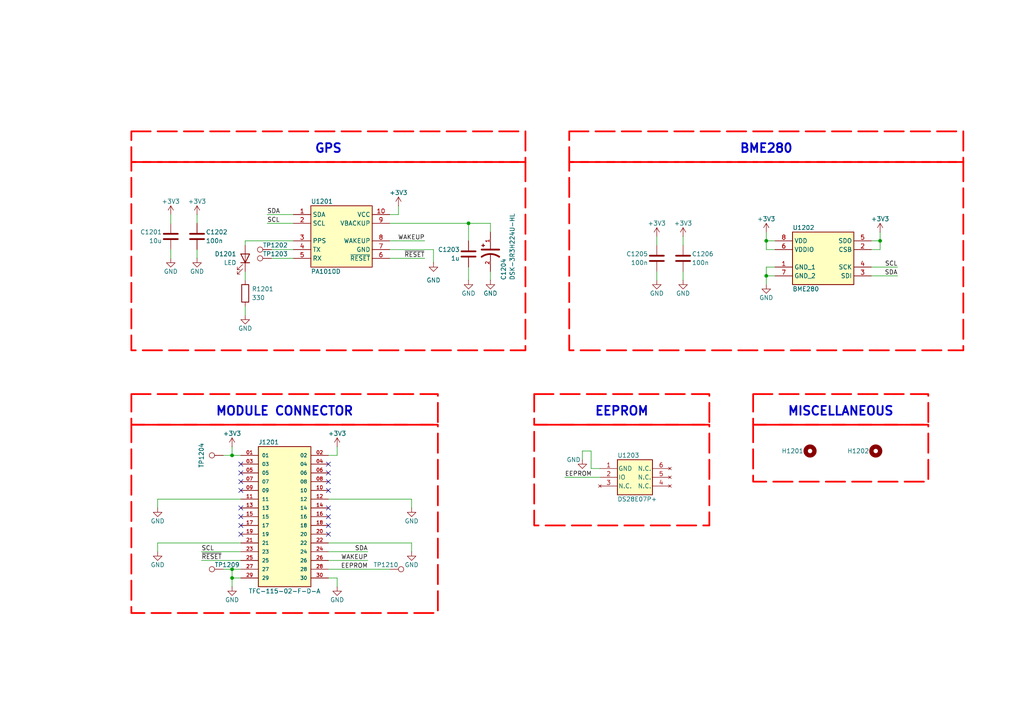
<source format=kicad_sch>
(kicad_sch (version 20231120) (generator "eeschema") (generator_version "8.0")
  (paper "A4")
  (title_block (title "Módulo de montaña") (date "2024-07-18") (rev "Final") (company "MQuero"))
  (lib_symbols
    (symbol "Connector:TestPoint" (pin_numbers hide) (pin_names (offset 0.762) hide)
      (property "Reference" "TP" (at 0 6.858 0))
      (property "Value" "TestPoint" (at 0 5.08 0))
      (symbol "TestPoint_0_1"
        (circle (center 0 3.302) (radius 0.762))
      )
      (symbol "TestPoint_1_1"
        (pin passive line (at 0 0 90) (length 2.54) (name "1") (number "1"))
      )
    )
    (symbol "Device:C" (pin_numbers hide) (pin_names (offset 0.254))
      (property "Reference" "C" (at 0.635 2.54 0))
      (property "Value" "C" (at 0.635 -2.54 0))
      (symbol "C_0_1"
        (polyline (pts (xy -2.032 -0.762) (xy 2.032 -0.762)) (stroke (width 0.508)))
        (polyline (pts (xy -2.032 0.762) (xy 2.032 0.762)) (stroke (width 0.508)))
      )
      (symbol "C_1_1"
        (pin passive line (at 0 3.81 270) (length 2.794) (name "~") (number "1"))
        (pin passive line (at 0 -3.81 90) (length 2.794) (name "~") (number "2"))
      )
    )
    (symbol "Device:LED" (pin_numbers hide) (pin_names (offset 1.016) hide)
      (property "Reference" "D" (at 0 2.54 0))
      (property "Value" "LED" (at 0 -2.54 0))
      (symbol "LED_0_1"
        (polyline (pts (xy -1.27 -1.27) (xy -1.27 1.27)) (stroke (width 0.254)))
        (polyline (pts (xy -1.27 0) (xy 1.27 0)))
        (polyline (pts (xy 1.27 -1.27) (xy 1.27 1.27) (xy -1.27 0) (xy 1.27 -1.27)) (stroke (width 0.254)))
        (polyline (pts (xy -3.048 -0.762) (xy -4.572 -2.286) (xy -3.81 -2.286) (xy -4.572 -2.286) (xy -4.572 -1.524)))
        (polyline (pts (xy -1.778 -0.762) (xy -3.302 -2.286) (xy -2.54 -2.286) (xy -3.302 -2.286) (xy -3.302 -1.524)))
      )
      (symbol "LED_1_1"
        (pin passive line (at -3.81 0 0) (length 2.54) (name "K") (number "1"))
        (pin passive line (at 3.81 0 180) (length 2.54) (name "A") (number "2"))
      )
    )
    (symbol "Device:R" (pin_numbers hide) (pin_names (offset 0))
      (property "Reference" "R" (at 2.032 0 90))
      (property "Value" "R" (at 0 0 90))
      (symbol "R_0_1"
        (rectangle (start -1.016 -2.54) (end 1.016 2.54) (stroke (width 0.254)))
      )
      (symbol "R_1_1"
        (pin passive line (at 0 3.81 270) (length 1.27) (name "~") (number "1"))
        (pin passive line (at 0 -3.81 90) (length 1.27) (name "~") (number "2"))
      )
    )
    (symbol "Mechanical:MountingHole" (pin_names (offset 1.016)) (exclude_from_sim yes) (in_bom no)
      (property "Reference" "H" (at 0 5.08 0))
      (property "Value" "MountingHole" (at 0 3.175 0))
      (symbol "MountingHole_0_1"
        (circle (center 0 0) (radius 1.27) (stroke (width 1.27)))
      )
    )
    (symbol "TFG:BME280"
      (property "Reference" "U" (at 0 1.27 0))
      (property "Value" "BME280" (at 0 -16.51 0))
      (symbol "BME280_1_1"
        (rectangle (start 0 0) (end 17.78 -15.24) (stroke (width 0.254)) (fill (type background)))
        (pin unspecified line (at -5.08 -10.16 0) (length 5.08) (name "GND_1") (number "1"))
        (pin unspecified line (at 22.86 -5.08 180) (length 5.08) (name "CSB") (number "2"))
        (pin unspecified line (at 22.86 -12.7 180) (length 5.08) (name "SDI") (number "3"))
        (pin unspecified line (at 22.86 -10.16 180) (length 5.08) (name "SCK") (number "4"))
        (pin unspecified line (at 22.86 -2.54 180) (length 5.08) (name "SDO") (number "5"))
        (pin unspecified line (at -5.08 -5.08 0) (length 5.08) (name "VDDIO") (number "6"))
        (pin unspecified line (at -5.08 -12.7 0) (length 5.08) (name "GND_2") (number "7"))
        (pin unspecified line (at -5.08 -2.54 0) (length 5.08) (name "VDD") (number "8"))
      )
    )
    (symbol "TFG:DS28E07P+" (pin_names (offset 0.254))
      (property "Reference" "U" (at 0 1.27 0))
      (property "Value" "DS28E07P+" (at 0 -11.43 0))
      (symbol "DS28E07P+_0_1"
        (rectangle (start 0 0) (end 10.16 -10.16) (stroke (width 0.254)) (fill (type background)))
      )
      (symbol "DS28E07P+_1_1"
        (pin unspecified line (at -5.08 -2.54 0) (length 5.08) (name "GND") (number "1"))
        (pin unspecified line (at -5.08 -5.08 0) (length 5.08) (name "IO") (number "2"))
        (pin no_connect line (at -5.08 -7.62 0) (length 5.08) (name "N.C.") (number "3"))
        (pin no_connect line (at 15.24 -7.62 180) (length 5.08) (name "N.C.") (number "4"))
        (pin no_connect line (at 15.24 -5.08 180) (length 5.08) (name "N.C.") (number "5"))
        (pin no_connect line (at 15.24 -2.54 180) (length 5.08) (name "N.C.") (number "6"))
      )
    )
    (symbol "TFG:DSK-3R3H224U-HL" (pin_names (offset 1.016))
      (property "Reference" "C" (at 3.81 1.27 0))
      (property "Value" "DSK-3R3H224U-HL" (at 3.81 -1.27 0))
      (symbol "DSK-3R3H224U-HL_0_0"
        (rectangle (start -2.54 2.54) (end -1.6471 2.4062) (stroke (width 0.127)) (fill (type outline)))
        (rectangle (start -2.1635 2.9346) (end -2.0281 2.0252) (stroke (width 0.127)) (fill (type outline)))
      )
      (symbol "DSK-3R3H224U-HL_0_1"
        (polyline (pts (xy -2.54 1.27) (xy 2.54 1.27)) (stroke (width 0.508)))
      )
      (symbol "DSK-3R3H224U-HL_1_0"
        (arc (start 2.54 -0.8177) (mid 0 -0.0168) (end -2.54 -0.8177) (stroke (width 0.508)))
        (pin passive line (at 0 6.35 270) (length 5.08) (name "~") (number "1"))
        (pin passive line (at 0 -5.08 90) (length 5.08) (name "~") (number "2"))
      )
    )
    (symbol "TFG:PA1010D"
      (property "Reference" "U" (at 0 1.27 0))
      (property "Value" "PA1010D" (at 0 -19.05 0))
      (symbol "PA1010D_1_1"
        (rectangle (start 0 0) (end 17.78 -17.78) (stroke (width 0.254)) (fill (type background)))
        (pin unspecified line (at -5.08 -2.54 0) (length 5.08) (name "SDA") (number "1"))
        (pin unspecified line (at 22.86 -2.54 180) (length 5.08) (name "VCC") (number "10"))
        (pin unspecified line (at -5.08 -5.08 0) (length 5.08) (name "SCL") (number "2"))
        (pin unspecified line (at -5.08 -10.16 0) (length 5.08) (name "PPS") (number "3"))
        (pin unspecified line (at -5.08 -12.7 0) (length 5.08) (name "TX") (number "4"))
        (pin unspecified line (at -5.08 -15.24 0) (length 5.08) (name "RX") (number "5"))
        (pin unspecified line (at 22.86 -15.24 180) (length 5.08) (name "~{RESET}") (number "6"))
        (pin unspecified line (at 22.86 -12.7 180) (length 5.08) (name "GND") (number "7"))
        (pin unspecified line (at 22.86 -10.16 180) (length 5.08) (name "WAKEUP") (number "8"))
        (pin unspecified line (at 22.86 -5.08 180) (length 5.08) (name "VBACKUP") (number "9"))
      )
    )
    (symbol "TFG:TFC-115-02-F-D-A" (pin_names (offset 1.016))
      (property "Reference" "J" (at 0 1.27 0))
      (property "Value" "TFC-115-02-F-D-A" (at 0 -41.91 0))
      (symbol "TFC-115-02-F-D-A_0_0"
        (rectangle (start 0 0) (end 15.24 -40.64) (stroke (width 0.254)) (fill (type background)))
        (pin unspecified line (at -5.08 -2.54 0) (length 5.08) (name "01") (number "01"))
        (pin unspecified line (at 20.32 -2.54 180) (length 5.08) (name "02") (number "02"))
        (pin unspecified line (at -5.08 -5.08 0) (length 5.08) (name "03") (number "03"))
        (pin unspecified line (at 20.32 -5.08 180) (length 5.08) (name "04") (number "04"))
        (pin unspecified line (at -5.08 -7.62 0) (length 5.08) (name "05") (number "05"))
        (pin unspecified line (at 20.32 -7.62 180) (length 5.08) (name "06") (number "06"))
        (pin unspecified line (at -5.08 -10.16 0) (length 5.08) (name "07") (number "07"))
        (pin unspecified line (at 20.32 -10.16 180) (length 5.08) (name "08") (number "08"))
        (pin unspecified line (at -5.08 -12.7 0) (length 5.08) (name "09") (number "09"))
        (pin unspecified line (at 20.32 -12.7 180) (length 5.08) (name "10") (number "10"))
        (pin unspecified line (at -5.08 -15.24 0) (length 5.08) (name "11") (number "11"))
        (pin unspecified line (at 20.32 -15.24 180) (length 5.08) (name "12") (number "12"))
        (pin unspecified line (at -5.08 -17.78 0) (length 5.08) (name "13") (number "13"))
        (pin unspecified line (at 20.32 -17.78 180) (length 5.08) (name "14") (number "14"))
        (pin unspecified line (at -5.08 -20.32 0) (length 5.08) (name "15") (number "15"))
        (pin unspecified line (at 20.32 -20.32 180) (length 5.08) (name "16") (number "16"))
        (pin unspecified line (at -5.08 -22.86 0) (length 5.08) (name "17") (number "17"))
        (pin unspecified line (at 20.32 -22.86 180) (length 5.08) (name "18") (number "18"))
        (pin unspecified line (at -5.08 -25.4 0) (length 5.08) (name "19") (number "19"))
        (pin unspecified line (at 20.32 -25.4 180) (length 5.08) (name "20") (number "20"))
        (pin unspecified line (at -5.08 -27.94 0) (length 5.08) (name "21") (number "21"))
        (pin unspecified line (at 20.32 -27.94 180) (length 5.08) (name "22") (number "22"))
        (pin unspecified line (at -5.08 -30.48 0) (length 5.08) (name "23") (number "23"))
        (pin unspecified line (at 20.32 -30.48 180) (length 5.08) (name "24") (number "24"))
        (pin unspecified line (at -5.08 -33.02 0) (length 5.08) (name "25") (number "25"))
        (pin unspecified line (at 20.32 -33.02 180) (length 5.08) (name "26") (number "26"))
        (pin unspecified line (at -5.08 -35.56 0) (length 5.08) (name "27") (number "27"))
        (pin unspecified line (at 20.32 -35.56 180) (length 5.08) (name "28") (number "28"))
        (pin unspecified line (at -5.08 -38.1 0) (length 5.08) (name "29") (number "29"))
        (pin unspecified line (at 20.32 -38.1 180) (length 5.08) (name "30") (number "30"))
      )
    )
    (symbol "power:+3V3" (power) (pin_numbers hide) (pin_names (offset 0) hide)
      (property "Value" "+3V3" (at 0 3.556 0))
      (symbol "+3V3_0_1"
        (polyline (pts (xy -0.762 1.27) (xy 0 2.54)))
        (polyline (pts (xy 0 0) (xy 0 2.54)))
        (polyline (pts (xy 0 2.54) (xy 0.762 1.27)))
      )
      (symbol "+3V3_1_1"
        (pin power_in line (at 0 0 90) (length 0) (name "~") (number "1"))
      )
    )
    (symbol "power:GND" (power) (pin_numbers hide) (pin_names (offset 0) hide)
      (property "Value" "GND" (at 0 -3.81 0))
      (symbol "GND_0_1"
        (polyline (pts (xy 0 0) (xy 0 -1.27) (xy 1.27 -1.27) (xy 0 -2.54) (xy -1.27 -1.27) (xy 0 -1.27)))
      )
      (symbol "GND_1_1"
        (pin power_in line (at 0 0 270) (length 0) (name "~") (number "1"))
      )
    )
  )
  (junction (at 67.31 132.08))
  (junction (at 135.89 64.77))
  (junction (at 222.25 80.01))
  (junction (at 255.27 69.85))
  (junction (at 67.31 167.64))
  (junction (at 222.25 69.85))
  (junction (at 67.31 165.1))
  (no_connect (at 95.25 139.7))
  (no_connect (at 69.85 137.16))
  (no_connect (at 69.85 147.32))
  (no_connect (at 95.25 142.24))
  (no_connect (at 69.85 149.86))
  (no_connect (at 69.85 134.62))
  (no_connect (at 95.25 152.4))
  (no_connect (at 95.25 147.32))
  (no_connect (at 95.25 134.62))
  (no_connect (at 95.25 137.16))
  (no_connect (at 95.25 154.94))
  (no_connect (at 69.85 152.4))
  (no_connect (at 69.85 154.94))
  (no_connect (at 95.25 149.86))
  (no_connect (at 69.85 142.24))
  (no_connect (at 69.85 139.7))
  (wire (pts (xy 252.73 77.47) (xy 260.35 77.47)))
  (wire (pts (xy 115.57 62.23) (xy 115.57 59.69)))
  (wire (pts (xy 173.99 135.89) (xy 171.45 135.89)))
  (wire (pts (xy 77.47 64.77) (xy 85.09 64.77)))
  (wire (pts (xy 67.31 165.1) (xy 69.85 165.1)))
  (wire (pts (xy 119.38 157.48) (xy 119.38 160.02)))
  (wire (pts (xy 163.83 138.43) (xy 173.99 138.43)))
  (wire (pts (xy 222.25 82.55) (xy 222.25 80.01)))
  (wire (pts (xy 171.45 135.89) (xy 171.45 130.81)))
  (wire (pts (xy 97.79 167.64) (xy 97.79 170.18)))
  (wire (pts (xy 168.91 130.81) (xy 168.91 133.35)))
  (wire (pts (xy 95.25 160.02) (xy 106.68 160.02)))
  (wire (pts (xy 142.24 64.77) (xy 135.89 64.77)))
  (wire (pts (xy 135.89 64.77) (xy 135.89 69.85)))
  (wire (pts (xy 113.03 62.23) (xy 115.57 62.23)))
  (wire (pts (xy 45.72 144.78) (xy 45.72 147.32)))
  (wire (pts (xy 252.73 72.39) (xy 255.27 72.39)))
  (wire (pts (xy 222.25 77.47) (xy 224.79 77.47)))
  (wire (pts (xy 255.27 72.39) (xy 255.27 69.85)))
  (wire (pts (xy 252.73 69.85) (xy 255.27 69.85)))
  (wire (pts (xy 222.25 80.01) (xy 222.25 77.47)))
  (wire (pts (xy 69.85 144.78) (xy 45.72 144.78)))
  (wire (pts (xy 142.24 64.77) (xy 142.24 67.31)))
  (wire (pts (xy 78.74 74.93) (xy 85.09 74.93)))
  (wire (pts (xy 49.53 62.23) (xy 49.53 64.77)))
  (wire (pts (xy 135.89 77.47) (xy 135.89 81.28)))
  (wire (pts (xy 198.12 78.74) (xy 198.12 81.28)))
  (wire (pts (xy 113.03 74.93) (xy 123.19 74.93)))
  (wire (pts (xy 64.77 132.08) (xy 67.31 132.08)))
  (wire (pts (xy 97.79 167.64) (xy 95.25 167.64)))
  (wire (pts (xy 222.25 69.85) (xy 222.25 72.39)))
  (wire (pts (xy 57.15 72.39) (xy 57.15 74.93)))
  (wire (pts (xy 255.27 69.85) (xy 255.27 67.31)))
  (wire (pts (xy 97.79 132.08) (xy 95.25 132.08)))
  (wire (pts (xy 97.79 129.54) (xy 97.79 132.08)))
  (wire (pts (xy 113.03 72.39) (xy 125.73 72.39)))
  (wire (pts (xy 119.38 144.78) (xy 119.38 147.32)))
  (wire (pts (xy 71.12 78.74) (xy 71.12 81.28)))
  (wire (pts (xy 222.25 69.85) (xy 224.79 69.85)))
  (wire (pts (xy 190.5 78.74) (xy 190.5 81.28)))
  (wire (pts (xy 113.03 69.85) (xy 123.19 69.85)))
  (wire (pts (xy 57.15 62.23) (xy 57.15 64.77)))
  (wire (pts (xy 142.24 78.74) (xy 142.24 81.28)))
  (wire (pts (xy 67.31 167.64) (xy 67.31 165.1)))
  (wire (pts (xy 49.53 72.39) (xy 49.53 74.93)))
  (wire (pts (xy 64.77 165.1) (xy 67.31 165.1)))
  (wire (pts (xy 71.12 71.12) (xy 71.12 69.85)))
  (wire (pts (xy 71.12 69.85) (xy 85.09 69.85)))
  (wire (pts (xy 95.25 165.1) (xy 113.03 165.1)))
  (wire (pts (xy 222.25 80.01) (xy 224.79 80.01)))
  (wire (pts (xy 95.25 144.78) (xy 119.38 144.78)))
  (wire (pts (xy 58.42 162.56) (xy 69.85 162.56)))
  (wire (pts (xy 95.25 157.48) (xy 119.38 157.48)))
  (wire (pts (xy 252.73 80.01) (xy 260.35 80.01)))
  (wire (pts (xy 58.42 160.02) (xy 69.85 160.02)))
  (wire (pts (xy 71.12 88.9) (xy 71.12 91.44)))
  (wire (pts (xy 69.85 157.48) (xy 45.72 157.48)))
  (wire (pts (xy 135.89 64.77) (xy 113.03 64.77)))
  (wire (pts (xy 222.25 72.39) (xy 224.79 72.39)))
  (wire (pts (xy 198.12 68.58) (xy 198.12 71.12)))
  (wire (pts (xy 67.31 167.64) (xy 69.85 167.64)))
  (wire (pts (xy 67.31 129.54) (xy 67.31 132.08)))
  (wire (pts (xy 125.73 72.39) (xy 125.73 76.2)))
  (wire (pts (xy 222.25 67.31) (xy 222.25 69.85)))
  (wire (pts (xy 78.74 72.39) (xy 85.09 72.39)))
  (wire (pts (xy 95.25 162.56) (xy 106.68 162.56)))
  (wire (pts (xy 171.45 130.81) (xy 168.91 130.81)))
  (wire (pts (xy 77.47 62.23) (xy 85.09 62.23)))
  (wire (pts (xy 45.72 157.48) (xy 45.72 160.02)))
  (wire (pts (xy 67.31 132.08) (xy 69.85 132.08)))
  (wire (pts (xy 190.5 68.58) (xy 190.5 71.12)))
  (wire (pts (xy 67.31 167.64) (xy 67.31 170.18)))
  (rectangle (start 218.44 123.19) (end 269.24 139.7) (stroke (width 0.508) (type dash) (color 255 0 0 1)))
  (rectangle (start 218.44 114.3) (end 269.24 123.19) (stroke (width 0.508) (type dash) (color 255 0 0 1)))
  (rectangle (start 165.1 38.1) (end 279.4 46.99) (stroke (width 0.508) (type dash) (color 255 0 0 1)))
  (rectangle (start 165.1 46.99) (end 279.4 101.6) (stroke (width 0.508) (type dash) (color 255 0 0 1)))
  (rectangle (start 38.1 123.19) (end 127 177.8) (stroke (width 0.508) (type dash) (color 255 0 0 1)))
  (rectangle (start 38.1 46.99) (end 152.4 101.6) (stroke (width 0.508) (type dash) (color 255 0 0 1)))
  (rectangle (start 154.94 123.19) (end 205.74 152.4) (stroke (width 0.508) (type dash) (color 255 0 0 1)))
  (rectangle (start 154.94 114.3) (end 205.74 123.19) (stroke (width 0.508) (type dash) (color 255 0 0 1)))
  (rectangle (start 38.1 38.1) (end 152.4 46.99) (stroke (width 0.508) (type dash) (color 255 0 0 1)))
  (rectangle (start 38.1 114.3) (end 127 123.19) (stroke (width 0.508) (type dash) (color 255 0 0 1)))
  (text "MISCELLANEOUS" (at 243.84 119.38 0) (effects (font (size 2.54 2.54) (thickness 0.508) (bold yes))))
  (text "BME280" (at 222.25 43.18 0) (effects (font (size 2.54 2.54) (thickness 0.508) (bold yes))))
  (text "MODULE CONNECTOR" (at 82.55 119.38 0) (effects (font (size 2.54 2.54) (thickness 0.508) (bold yes))))
  (text "EEPROM" (at 180.34 119.38 0) (effects (font (size 2.54 2.54) (thickness 0.508) (bold yes))))
  (text "GPS" (at 95.25 43.18 0) (effects (font (size 2.54 2.54) (thickness 0.508) (bold yes))))
  (label "SCL" (at 260.35 77.47 180))
  (label "WAKEUP" (at 123.19 69.85 180))
  (label "SDA" (at 260.35 80.01 180))
  (label "EEPROM" (at 163.83 138.43 0))
  (label "EEPROM" (at 106.68 165.1 180))
  (label "WAKEUP" (at 106.68 162.56 180))
  (label "~{RESET}" (at 58.42 162.56 0))
  (label "SCL" (at 58.42 160.02 0))
  (label "~{RESET}" (at 123.19 74.93 180))
  (label "SCL" (at 77.47 64.77 0))
  (label "SDA" (at 77.47 62.23 0))
  (label "SDA" (at 106.68 160.02 180))
  (symbol (lib_id "power:GND") (at 135.89 81.28 0) (unit 1)
    (property "Reference" "#PWR01211" (effects (hide yes)))
    (property "Value" "GND" (at 135.89 85.09 0))
    (property "Description" "Power symbol creates a global label with name \"GND\" , ground" (effects (hide yes)))
  )
  (symbol (lib_id "power:+3V3") (at 190.5 68.58 0) (unit 1)
    (property "Reference" "#PWR01206" (effects (hide yes)))
    (property "Value" "+3V3" (at 190.5 64.77 0))
    (property "Description" "Power symbol creates a global label with name \"+3V3\"" (effects (hide yes)))
  )
  (symbol (lib_id "power:+3V3") (at 115.57 59.69 0) (unit 1)
    (property "Reference" "#PWR01201" (effects (hide yes)))
    (property "Value" "+3V3" (at 115.57 55.88 0))
    (property "Description" "Power symbol creates a global label with name \"+3V3\"" (effects (hide yes)))
  )
  (symbol (lib_id "Device:LED") (at 71.12 74.93 270) (mirror x) (unit 1)
    (property "Reference" "D1201" (at 68.58 73.66 90) (effects (justify right)))
    (property "Value" "LED" (at 68.58 76.2 90) (effects (justify right)))
    (property "Footprint" "LED_SMD:LED_0603_1608Metric" (effects (hide yes)))
    (property "Description" "Light emitting diode" (effects (hide yes)))
  )
  (symbol (lib_id "power:+3V3") (at 67.31 129.54 0) (unit 1)
    (property "Reference" "#PWR01217" (effects (hide yes)))
    (property "Value" "+3V3" (at 67.31 125.73 0))
    (property "Description" "Power symbol creates a global label with name \"+3V3\"" (effects (hide yes)))
  )
  (symbol (lib_id "power:GND") (at 57.15 74.93 0) (mirror y) (unit 1)
    (property "Reference" "#PWR01209" (effects (hide yes)))
    (property "Value" "GND" (at 57.15 78.74 0))
    (property "Description" "Power symbol creates a global label with name \"GND\" , ground" (effects (hide yes)))
  )
  (symbol (lib_id "power:+3V3") (at 198.12 68.58 0) (mirror y) (unit 1)
    (property "Reference" "#PWR01207" (effects (hide yes)))
    (property "Value" "+3V3" (at 198.12 64.77 0))
    (property "Description" "Power symbol creates a global label with name \"+3V3\"" (effects (hide yes)))
  )
  (symbol (lib_id "Device:C") (at 49.53 68.58 0) (mirror y) (unit 1)
    (property "Reference" "C1201" (at 46.99 67.31 0) (effects (justify left)))
    (property "Value" "10u" (at 46.99 69.8499 0) (effects (justify left)))
    (property "Footprint" "Capacitor_SMD:C_0402_1005Metric" (effects (hide yes)))
    (property "Description" "Unpolarized capacitor" (effects (hide yes)))
  )
  (symbol (lib_id "power:GND") (at 49.53 74.93 0) (unit 1)
    (property "Reference" "#PWR01208" (effects (hide yes)))
    (property "Value" "GND" (at 49.53 78.74 0))
    (property "Description" "Power symbol creates a global label with name \"GND\" , ground" (effects (hide yes)))
  )
  (symbol (lib_id "Connector:TestPoint") (at 113.03 165.1 270) (mirror x) (unit 1)
    (property "Reference" "TP1210" (at 115.57 163.83 90) (effects (justify right)))
    (property "Value" "TestPoint" (effects (hide yes)))
    (property "Footprint" "TestPoint:TestPoint_Pad_D1.0mm" (effects (hide yes)))
    (property "Description" "test point" (effects (hide yes)))
  )
  (symbol (lib_id "Device:C") (at 190.5 74.93 0) (mirror y) (unit 1)
    (property "Reference" "C1205" (at 187.96 73.66 0) (effects (justify left)))
    (property "Value" "100n" (at 187.96 76.2 0) (effects (justify left)))
    (property "Footprint" "Capacitor_SMD:C_0402_1005Metric" (effects (hide yes)))
    (property "Description" "Unpolarized capacitor" (effects (hide yes)))
  )
  (symbol (lib_id "TFG:DS28E07P+") (at 179.07 133.35 0) (unit 1)
    (property "Reference" "U1203" (at 179.07 132.08 0) (effects (justify left)))
    (property "Value" "DS28E07P+" (at 179.07 144.78 0) (effects (justify left)))
    (property "Footprint" "TFG:DS28E07P+" (effects (hide yes)))
    (property "Datasheet" "https://www.analog.com/media/en/technical-documentation/data-sheets/DS28E07.pdf" (effects (hide yes)))
    (property "Description" "IC EEPROM 1KBIT 1-WIRE 6TSOC" (effects (hide yes)))
    (property "MQ PN" "TFGIC003" (effects (hide yes)))
  )
  (symbol (lib_id "power:GND") (at 198.12 81.28 0) (mirror y) (unit 1)
    (property "Reference" "#PWR01214" (effects (hide yes)))
    (property "Value" "GND" (at 198.12 85.09 0))
    (property "Description" "Power symbol creates a global label with name \"GND\" , ground" (effects (hide yes)))
  )
  (symbol (lib_id "Connector:TestPoint") (at 64.77 132.08 90) (unit 1)
    (property "Reference" "TP1204" (at 58.42 132.08 0))
    (property "Value" "TestPoint" (effects (hide yes)))
    (property "Footprint" "TestPoint:TestPoint_Pad_D1.0mm" (effects (hide yes)))
    (property "Description" "test point" (effects (hide yes)))
  )
  (symbol (lib_id "power:GND") (at 119.38 147.32 0) (mirror y) (unit 1)
    (property "Reference" "#PWR01221" (effects (hide yes)))
    (property "Value" "GND" (at 119.38 151.13 0))
    (property "Description" "Power symbol creates a global label with name \"GND\" , ground" (effects (hide yes)))
  )
  (symbol (lib_id "Mechanical:MountingHole") (at 254 130.81 0) (unit 1) (exclude_from_sim yes) (in_bom no)
    (property "Reference" "H1202" (at 248.92 130.81 0))
    (property "Value" "MountingHole" (effects (hide yes)))
    (property "Footprint" "MountingHole:MountingHole_2.2mm_M2" (effects (hide yes)))
    (property "Description" "Mounting Hole without connection" (effects (hide yes)))
  )
  (symbol (lib_id "power:GND") (at 67.31 170.18 0) (unit 1)
    (property "Reference" "#PWR01224" (effects (hide yes)))
    (property "Value" "GND" (at 67.31 173.99 0))
    (property "Description" "Power symbol creates a global label with name \"GND\" , ground" (effects (hide yes)))
  )
  (symbol (lib_id "Device:R") (at 71.12 85.09 0) (mirror x) (unit 1)
    (property "Reference" "R1201" (at 76.2 83.82 0))
    (property "Value" "330" (at 74.93 86.36 0))
    (property "Footprint" "Resistor_SMD:R_0402_1005Metric" (effects (hide yes)))
    (property "Description" "Resistor" (effects (hide yes)))
  )
  (symbol (lib_id "power:+3V3") (at 97.79 129.54 0) (mirror y) (unit 1)
    (property "Reference" "#PWR01218" (effects (hide yes)))
    (property "Value" "+3V3" (at 97.79 125.73 0))
    (property "Description" "Power symbol creates a global label with name \"+3V3\"" (effects (hide yes)))
  )
  (symbol (lib_id "power:GND") (at 45.72 160.02 0) (unit 1)
    (property "Reference" "#PWR01222" (effects (hide yes)))
    (property "Value" "GND" (at 45.72 163.83 0))
    (property "Description" "Power symbol creates a global label with name \"GND\" , ground" (effects (hide yes)))
  )
  (symbol (lib_id "TFG:BME280") (at 229.87 67.31 0) (unit 1)
    (property "Reference" "U1202" (at 229.87 66.04 0) (effects (justify left)))
    (property "Value" "BME280" (at 229.87 83.82 0) (effects (justify left)))
    (property "Footprint" "TFG:BME280" (effects (hide yes)))
    (property "Datasheet" "https://www.bosch-sensortec.com/media/boschsensortec/downloads/datasheets/bst-bme280-ds002.pdf" (effects (hide yes)))
    (property "Description" "SENSOR PRESSURE HUMIDITY TEMP" (effects (hide yes)))
    (property "MQ PN" "TFGIC010" (effects (hide yes)))
  )
  (symbol (lib_id "power:GND") (at 142.24 81.28 0) (unit 1)
    (property "Reference" "#PWR01212" (effects (hide yes)))
    (property "Value" "GND" (at 142.24 85.09 0))
    (property "Description" "Power symbol creates a global label with name \"GND\" , ground" (effects (hide yes)))
  )
  (symbol (lib_id "Device:C") (at 135.89 73.66 0) (mirror y) (unit 1)
    (property "Reference" "C1203" (at 133.35 72.39 0) (effects (justify left)))
    (property "Value" "1u" (at 133.35 74.9299 0) (effects (justify left)))
    (property "Footprint" "Capacitor_SMD:C_0402_1005Metric" (effects (hide yes)))
    (property "Description" "Unpolarized capacitor" (effects (hide yes)))
  )
  (symbol (lib_id "power:GND") (at 119.38 160.02 0) (mirror y) (unit 1)
    (property "Reference" "#PWR01223" (effects (hide yes)))
    (property "Value" "GND" (at 119.38 163.83 0))
    (property "Description" "Power symbol creates a global label with name \"GND\" , ground" (effects (hide yes)))
  )
  (symbol (lib_id "Mechanical:MountingHole") (at 234.95 130.81 0) (unit 1) (exclude_from_sim yes) (in_bom no)
    (property "Reference" "H1201" (at 229.87 130.81 0))
    (property "Value" "MountingHole" (effects (hide yes)))
    (property "Footprint" "MountingHole:MountingHole_2.2mm_M2" (effects (hide yes)))
    (property "Description" "Mounting Hole without connection" (effects (hide yes)))
  )
  (symbol (lib_id "Connector:TestPoint") (at 78.74 72.39 90) (unit 1)
    (property "Reference" "TP1202" (at 76.2 71.12 90) (effects (justify right)))
    (property "Value" "TestPoint" (effects (hide yes)))
    (property "Footprint" "TestPoint:TestPoint_Pad_D1.0mm" (effects (hide yes)))
    (property "Description" "test point" (effects (hide yes)))
  )
  (symbol (lib_id "power:GND") (at 168.91 133.35 0) (unit 1)
    (property "Reference" "#PWR01219" (effects (hide yes)))
    (property "Value" "GND" (at 166.37 133.35 0))
    (property "Description" "Power symbol creates a global label with name \"GND\" , ground" (effects (hide yes)))
  )
  (symbol (lib_id "power:+3V3") (at 49.53 62.23 0) (unit 1)
    (property "Reference" "#PWR01202" (effects (hide yes)))
    (property "Value" "+3V3" (at 49.53 58.42 0))
    (property "Description" "Power symbol creates a global label with name \"+3V3\"" (effects (hide yes)))
  )
  (symbol (lib_id "TFG:PA1010D") (at 90.17 59.69 0) (unit 1)
    (property "Reference" "U1201" (at 90.17 58.42 0) (effects (justify left)))
    (property "Value" "PA1010D" (at 90.17 78.74 0) (effects (justify left)))
    (property "Footprint" "TFG:PA1010D" (effects (hide yes)))
    (property "Datasheet" "https://cdn-learn.adafruit.com/assets/assets/000/084/295/original/CD_PA1010D_Datasheet_v.03.pdf?1573833002" (effects (hide yes)))
    (property "Description" "GPS" (effects (hide yes)))
    (property "MQ PN" "TFGIC009" (effects (hide yes)))
  )
  (symbol (lib_id "power:GND") (at 97.79 170.18 0) (mirror y) (unit 1)
    (property "Reference" "#PWR01225" (effects (hide yes)))
    (property "Value" "GND" (at 97.79 173.99 0))
    (property "Description" "Power symbol creates a global label with name \"GND\" , ground" (effects (hide yes)))
  )
  (symbol (lib_id "power:GND") (at 190.5 81.28 0) (unit 1)
    (property "Reference" "#PWR01213" (effects (hide yes)))
    (property "Value" "GND" (at 190.5 85.09 0))
    (property "Description" "Power symbol creates a global label with name \"GND\" , ground" (effects (hide yes)))
  )
  (symbol (lib_id "power:+3V3") (at 57.15 62.23 0) (mirror y) (unit 1)
    (property "Reference" "#PWR01203" (effects (hide yes)))
    (property "Value" "+3V3" (at 57.15 58.42 0))
    (property "Description" "Power symbol creates a global label with name \"+3V3\"" (effects (hide yes)))
  )
  (symbol (lib_id "Connector:TestPoint") (at 78.74 74.93 90) (unit 1)
    (property "Reference" "TP1203" (at 76.2 73.66 90) (effects (justify right)))
    (property "Value" "TestPoint" (effects (hide yes)))
    (property "Footprint" "TestPoint:TestPoint_Pad_D1.0mm" (effects (hide yes)))
    (property "Description" "test point" (effects (hide yes)))
  )
  (symbol (lib_id "power:GND") (at 222.25 82.55 0) (mirror y) (unit 1)
    (property "Reference" "#PWR01215" (effects (hide yes)))
    (property "Value" "GND" (at 222.25 86.36 0))
    (property "Description" "Power symbol creates a global label with name \"GND\" , ground" (effects (hide yes)))
  )
  (symbol (lib_id "power:GND") (at 71.12 91.44 0) (unit 1)
    (property "Reference" "#PWR01216" (effects (hide yes)))
    (property "Value" "GND" (at 71.12 95.25 0))
    (property "Description" "Power symbol creates a global label with name \"GND\" , ground" (effects (hide yes)))
  )
  (symbol (lib_id "power:GND") (at 125.73 76.2 0) (unit 1)
    (property "Reference" "#PWR01210" (effects (hide yes)))
    (property "Value" "GND" (at 125.73 81.28 0))
    (property "Description" "Power symbol creates a global label with name \"GND\" , ground" (effects (hide yes)))
  )
  (symbol (lib_id "Connector:TestPoint") (at 64.77 165.1 90) (unit 1)
    (property "Reference" "TP1209" (at 62.23 163.83 90) (effects (justify right)))
    (property "Value" "TestPoint" (effects (hide yes)))
    (property "Footprint" "TestPoint:TestPoint_Pad_D1.0mm" (effects (hide yes)))
    (property "Description" "test point" (effects (hide yes)))
  )
  (symbol (lib_id "TFG:DSK-3R3H224U-HL") (at 142.24 73.66 0) (unit 1)
    (property "Reference" "C1204" (at 146.05 81.28 90) (effects (justify left)))
    (property "Value" "DSK-3R3H224U-HL" (at 148.59 81.28 90) (effects (justify left)))
    (property "Footprint" "TFG:DSK-3R3H224U-HL" (effects (hide yes)))
    (property "Datasheet" "https://mm.digikey.com/Volume0/opasdata/d220001/medias/docus/875/DS%2CDSK.pdf" (effects (hide yes)))
    (property "Description" "CAP 220MF -20% +80% 3.3V SMD" (effects (hide yes)))
    (property "MQ PN" "TFGC002" (effects (hide yes)))
  )
  (symbol (lib_id "power:+3V3") (at 255.27 67.31 0) (mirror y) (unit 1)
    (property "Reference" "#PWR01205" (effects (hide yes)))
    (property "Value" "+3V3" (at 255.27 63.5 0))
    (property "Description" "Power symbol creates a global label with name \"+3V3\"" (effects (hide yes)))
  )
  (symbol (lib_id "power:+3V3") (at 222.25 67.31 0) (mirror y) (unit 1)
    (property "Reference" "#PWR01204" (effects (hide yes)))
    (property "Value" "+3V3" (at 222.25 63.5 0))
    (property "Description" "Power symbol creates a global label with name \"+3V3\"" (effects (hide yes)))
  )
  (symbol (lib_id "power:GND") (at 45.72 147.32 0) (unit 1)
    (property "Reference" "#PWR01220" (effects (hide yes)))
    (property "Value" "GND" (at 45.72 151.13 0))
    (property "Description" "Power symbol creates a global label with name \"GND\" , ground" (effects (hide yes)))
  )
  (symbol (lib_id "Device:C") (at 57.15 68.58 0) (unit 1)
    (property "Reference" "C1202" (at 59.69 67.31 0) (effects (justify left)))
    (property "Value" "100n" (at 59.69 69.8499 0) (effects (justify left)))
    (property "Footprint" "Capacitor_SMD:C_0402_1005Metric" (effects (hide yes)))
    (property "Description" "Unpolarized capacitor" (effects (hide yes)))
  )
  (symbol (lib_id "Device:C") (at 198.12 74.93 0) (unit 1)
    (property "Reference" "C1206" (at 200.66 73.66 0) (effects (justify left)))
    (property "Value" "100n" (at 200.66 76.2 0) (effects (justify left)))
    (property "Footprint" "Capacitor_SMD:C_0402_1005Metric" (effects (hide yes)))
    (property "Description" "Unpolarized capacitor" (effects (hide yes)))
  )
  (symbol (lib_id "TFG:TFC-115-02-F-D-A") (at 74.93 129.54 0) (unit 1)
    (property "Reference" "J1201" (at 74.93 128.27 0) (effects (justify left)))
    (property "Value" "TFC-115-02-F-D-A" (at 82.55 171.45 0))
    (property "Footprint" "TFG:TFC-115-02-F-D-A" (effects (hide yes)))
    (property "Datasheet" "https://suddendocs.samtec.com/catalog_english/tfc.pdf" (effects (hide yes)))
    (property "Description" "CONN HEADER SMD 30POS 1.27MM" (effects (hide yes)))
    (property "MQ PN" "TFGJ005 " (effects (hide yes)))
  )
)
</source>
